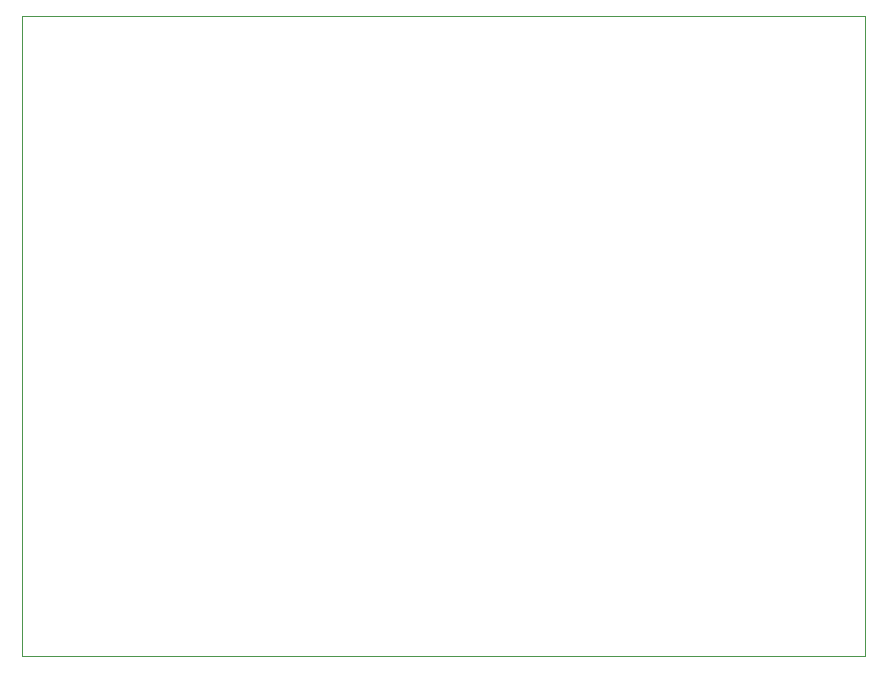
<source format=gm1>
G04 #@! TF.GenerationSoftware,KiCad,Pcbnew,7.0.1-0*
G04 #@! TF.CreationDate,2023-11-21T08:42:52-06:00*
G04 #@! TF.ProjectId,kawari_twister,7669635f-7477-4697-9374-65722e6b6963,rev?*
G04 #@! TF.SameCoordinates,Original*
G04 #@! TF.FileFunction,Profile,NP*
%FSLAX46Y46*%
G04 Gerber Fmt 4.6, Leading zero omitted, Abs format (unit mm)*
G04 Created by KiCad (PCBNEW 7.0.1-0) date 2023-11-21 08:42:52*
%MOMM*%
%LPD*%
G01*
G04 APERTURE LIST*
G04 #@! TA.AperFunction,Profile*
%ADD10C,0.100000*%
G04 #@! TD*
G04 APERTURE END LIST*
D10*
X87992000Y-49000000D02*
X159388800Y-49000000D01*
X159388800Y-103200000D01*
X87992000Y-103200000D01*
X87992000Y-49000000D01*
M02*

</source>
